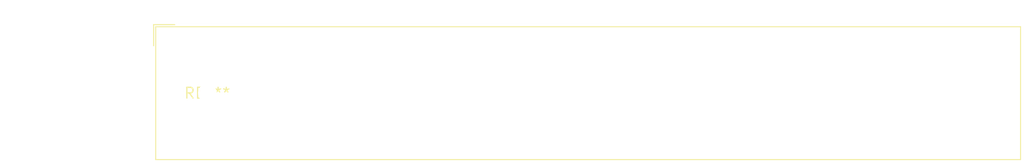
<source format=kicad_pcb>
(kicad_pcb (version 20240108) (generator pcbnew)
  (layers (0 "F.Cu" signal) (31 "B.Cu" signal) (34 "B.Paste" user) (35 "F.Paste" user) (36 "B.SilkS" user "B.Silkscreen") (37 "F.SilkS" user "F.Silkscreen") (38 "B.Mask" user) (39 "F.Mask" user) (44 "Edge.Cuts" user))
  (net 0 "")
  (footprint "TerminalBlock_Dinkle_DT-55-B01X-10_P10.00mm" (layer "F.Cu") (at 0 0)
    (property "Reference" "REF**")
    (property "Value" "TerminalBlock_Dinkle_DT-55-B01X-10_P10.00mm")
    (fp_line (start -6.35 -8.1) (end -3.85 -8.1) (layer "F.SilkS") (stroke (width 0.12)))
    (fp_line (start -6.35 -5.6) (end -6.35 -8.1) (layer "F.SilkS") (stroke (width 0.12)))
    (fp_line (start -6.1 -7.85) (end 96.1 -7.85) (layer "F.SilkS") (stroke (width 0.12)))
    (fp_line (start -6.1 7.85) (end -6.1 -7.85) (layer "F.SilkS") (stroke (width 0.12)))
    (fp_line (start -6.1 7.85) (end 96.1 7.85) (layer "F.SilkS") (stroke (width 0.12)))
    (fp_line (start 96.1 -7.85) (end 96.1 7.85) (layer "F.SilkS") (stroke (width 0.12)))
    (pad "1" thru_hole rect (at 0 0) (size 3.3 6.6) (drill 2.2) (layers *.Cu *.Mask) (remove_unused_layers))
    (pad "2" thru_hole oval (at 10 0) (size 3.3 6.6) (drill 2.2) (layers *.Cu *.Mask) (remove_unused_layers))
    (pad "3" thru_hole oval (at 20 0) (size 3.3 6.6) (drill 2.2) (layers *.Cu *.Mask) (remove_unused_layers))
    (pad "4" thru_hole oval (at 30 0) (size 3.3 6.6) (drill 2.2) (layers *.Cu *.Mask) (remove_unused_layers))
    (pad "5" thru_hole oval (at 40 0) (size 3.3 6.6) (drill 2.2) (layers *.Cu *.Mask) (remove_unused_layers))
    (pad "6" thru_hole oval (at 50 0) (size 3.3 6.6) (drill 2.2) (layers *.Cu *.Mask) (remove_unused_layers))
    (pad "7" thru_hole oval (at 60 0) (size 3.3 6.6) (drill 2.2) (layers *.Cu *.Mask) (remove_unused_layers))
    (pad "8" thru_hole oval (at 70 0) (size 3.3 6.6) (drill 2.2) (layers *.Cu *.Mask) (remove_unused_layers))
    (pad "9" thru_hole oval (at 80 0) (size 3.3 6.6) (drill 2.2) (layers *.Cu *.Mask) (remove_unused_layers))
    (pad "10" thru_hole oval (at 90 0) (size 3.3 6.6) (drill 2.2) (layers *.Cu *.Mask) (remove_unused_layers))
  )
)
</source>
